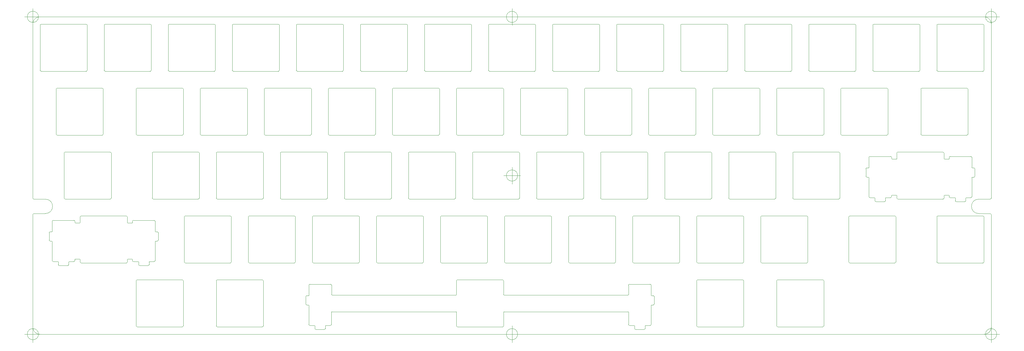
<source format=gbr>
%TF.GenerationSoftware,KiCad,Pcbnew,(5.1.9)-1*%
%TF.CreationDate,2021-04-11T15:20:35+09:00*%
%TF.ProjectId,yuiop60hh3-topplate,7975696f-7036-4306-9868-332d746f7070,1*%
%TF.SameCoordinates,Original*%
%TF.FileFunction,Profile,NP*%
%FSLAX46Y46*%
G04 Gerber Fmt 4.6, Leading zero omitted, Abs format (unit mm)*
G04 Created by KiCad (PCBNEW (5.1.9)-1) date 2021-04-11 15:20:35*
%MOMM*%
%LPD*%
G01*
G04 APERTURE LIST*
%TA.AperFunction,Profile*%
%ADD10C,0.050000*%
%TD*%
%TA.AperFunction,Profile*%
%ADD11C,0.120000*%
%TD*%
G04 APERTURE END LIST*
D10*
X70375000Y-159265160D02*
X70375000Y-192925160D01*
X70375000Y-159265160D02*
G75*
G02*
X70675000Y-158965160I300000J0D01*
G01*
X74075000Y-154665160D02*
G75*
G02*
X74075000Y-158965160I0J-2150000D01*
G01*
X70675000Y-158965160D02*
X74075000Y-158965160D01*
X70675000Y-154665160D02*
G75*
G02*
X70375000Y-154365160I0J300000D01*
G01*
X74075000Y-154665160D02*
X70675000Y-154665160D01*
X355375000Y-159265160D02*
X355375000Y-192925160D01*
X355375000Y-154365160D02*
G75*
G02*
X355075000Y-154665160I-300000J0D01*
G01*
X351675000Y-158965160D02*
G75*
G02*
X351675000Y-154665160I0J2150000D01*
G01*
X355075000Y-154665160D02*
X351675000Y-154665160D01*
X355075000Y-158965160D02*
G75*
G02*
X355375000Y-159265160I0J-300000D01*
G01*
X351675000Y-158965160D02*
X355075000Y-158965160D01*
X355375000Y-192925160D02*
G75*
G02*
X353375000Y-194925160I-2000000J0D01*
G01*
X353375000Y-100325160D02*
G75*
G02*
X355375000Y-102325160I0J-2000000D01*
G01*
X70375000Y-102315160D02*
G75*
G02*
X72375000Y-100315160I2000000J0D01*
G01*
X72375000Y-194925160D02*
G75*
G02*
X70375000Y-192925160I0J2000000D01*
G01*
X72375000Y-194925160D02*
X353375000Y-194925160D01*
X70375000Y-102315160D02*
X70375000Y-154365160D01*
X353375000Y-100325160D02*
X72375000Y-100315160D01*
X355375000Y-154365160D02*
X355375000Y-102325160D01*
X72041666Y-194925160D02*
G75*
G03*
X72041666Y-194925160I-1666666J0D01*
G01*
X67875000Y-194925160D02*
X72875000Y-194925160D01*
X70375000Y-192425160D02*
X70375000Y-197425160D01*
X357041666Y-194925160D02*
G75*
G03*
X357041666Y-194925160I-1666666J0D01*
G01*
X352875000Y-194925160D02*
X357875000Y-194925160D01*
X355375000Y-192425160D02*
X355375000Y-197425160D01*
X214541666Y-100325160D02*
G75*
G03*
X214541666Y-100325160I-1666666J0D01*
G01*
X210375000Y-100325160D02*
X215375000Y-100325160D01*
X212875000Y-97825160D02*
X212875000Y-102825160D01*
X214541666Y-194925160D02*
G75*
G03*
X214541666Y-194925160I-1666666J0D01*
G01*
X210375000Y-194925160D02*
X215375000Y-194925160D01*
X212875000Y-192425160D02*
X212875000Y-197425160D01*
X214541666Y-147625160D02*
G75*
G03*
X214541666Y-147625160I-1666666J0D01*
G01*
X210375000Y-147625160D02*
X215375000Y-147625160D01*
X212875000Y-145125160D02*
X212875000Y-150125160D01*
X357041666Y-100325160D02*
G75*
G03*
X357041666Y-100325160I-1666666J0D01*
G01*
X352875000Y-100325160D02*
X357875000Y-100325160D01*
X355375000Y-97825160D02*
X355375000Y-102825160D01*
X72041666Y-100315160D02*
G75*
G03*
X72041666Y-100315160I-1666666J0D01*
G01*
X67875000Y-100315160D02*
X72875000Y-100315160D01*
X70375000Y-97815160D02*
X70375000Y-102815160D01*
D11*
%TO.C,KSW58*%
X246100000Y-188225000D02*
X210500000Y-188225000D01*
X210450000Y-183225000D02*
X246050000Y-183225000D01*
X194850000Y-188225000D02*
X159250000Y-188225000D01*
X159300000Y-183225000D02*
X194900000Y-183225000D01*
X196350000Y-183125000D02*
X196350000Y-179025000D01*
X194900000Y-183225000D02*
X196250000Y-183225000D01*
X159200000Y-180325000D02*
X159200000Y-183125000D01*
X152750000Y-180025000D02*
X158900000Y-180025000D01*
X152450000Y-183325000D02*
X152450000Y-180325000D01*
X151850000Y-183425000D02*
X152350000Y-183425000D01*
X151550000Y-185925000D02*
X151550000Y-183725000D01*
X152350000Y-186225000D02*
X151850000Y-186225000D01*
X152450000Y-192025000D02*
X152450000Y-186325000D01*
X154150000Y-192325000D02*
X152750000Y-192325000D01*
X154250000Y-193225000D02*
X154250000Y-192425000D01*
X157050000Y-193525000D02*
X154550000Y-193525000D01*
X157350000Y-192425000D02*
X157350000Y-193225000D01*
X158850000Y-192325000D02*
X157450000Y-192325000D01*
X196650000Y-178725000D02*
X210050000Y-178725000D01*
X210350000Y-179025000D02*
X210350000Y-183125000D01*
X246050000Y-183225000D02*
X247400000Y-183225000D01*
X247500000Y-183125000D02*
X247500000Y-180325000D01*
X247800000Y-180025000D02*
X253950000Y-180025000D01*
X254250000Y-180325000D02*
X254250000Y-183325000D01*
X254350000Y-183425000D02*
X254850000Y-183425000D01*
X255150000Y-183725000D02*
X255150000Y-185925000D01*
X254850000Y-186225000D02*
X254350000Y-186225000D01*
X254250000Y-186325000D02*
X254250000Y-192025000D01*
X253950000Y-192325000D02*
X252550000Y-192325000D01*
X252450000Y-192425000D02*
X252450000Y-193225000D01*
X252150000Y-193525000D02*
X249650000Y-193525000D01*
X249350000Y-193225000D02*
X249350000Y-192425000D01*
X249250000Y-192325000D02*
X247800000Y-192325000D01*
X247500000Y-192025000D02*
X247500000Y-188325000D01*
X247400000Y-188225000D02*
X246100000Y-188225000D01*
X210400000Y-188325000D02*
X210400000Y-192425000D01*
X210100000Y-192725000D02*
X196650000Y-192725000D01*
X196350000Y-192425000D02*
X196350000Y-188325000D01*
X196250000Y-188225000D02*
X194850000Y-188225000D01*
X159150000Y-188325000D02*
X159150000Y-192025000D01*
X196350000Y-183125000D02*
G75*
G02*
X196250000Y-183225000I-100000J0D01*
G01*
X159300000Y-183225000D02*
G75*
G02*
X159200000Y-183125000I0J100000D01*
G01*
X158900000Y-180025000D02*
G75*
G02*
X159200000Y-180325000I0J-300000D01*
G01*
X152450000Y-180325000D02*
G75*
G02*
X152750000Y-180025000I300000J0D01*
G01*
X152450000Y-183325000D02*
G75*
G02*
X152350000Y-183425000I-100000J0D01*
G01*
X151550000Y-183725000D02*
G75*
G02*
X151850000Y-183425000I300000J0D01*
G01*
X151850000Y-186225000D02*
G75*
G02*
X151550000Y-185925000I0J300000D01*
G01*
X152350000Y-186225000D02*
G75*
G02*
X152450000Y-186325000I0J-100000D01*
G01*
X152750000Y-192325000D02*
G75*
G02*
X152450000Y-192025000I0J300000D01*
G01*
X154150000Y-192325000D02*
G75*
G02*
X154250000Y-192425000I0J-100000D01*
G01*
X154550000Y-193525000D02*
G75*
G02*
X154250000Y-193225000I0J300000D01*
G01*
X157350000Y-193225000D02*
G75*
G02*
X157050000Y-193525000I-300000J0D01*
G01*
X157350000Y-192425000D02*
G75*
G02*
X157450000Y-192325000I100000J0D01*
G01*
X159150000Y-188325000D02*
G75*
G02*
X159250000Y-188225000I100000J0D01*
G01*
X196250000Y-188225000D02*
G75*
G02*
X196350000Y-188325000I0J-100000D01*
G01*
X159150000Y-192025000D02*
G75*
G02*
X158850000Y-192325000I-300000J0D01*
G01*
X196650000Y-192725000D02*
G75*
G02*
X196350000Y-192425000I0J300000D01*
G01*
X210400000Y-192425000D02*
G75*
G02*
X210100000Y-192725000I-300000J0D01*
G01*
X210400000Y-188325000D02*
G75*
G02*
X210500000Y-188225000I100000J0D01*
G01*
X247400000Y-188225000D02*
G75*
G02*
X247500000Y-188325000I0J-100000D01*
G01*
X247800000Y-192325000D02*
G75*
G02*
X247500000Y-192025000I0J300000D01*
G01*
X249250000Y-192325000D02*
G75*
G02*
X249350000Y-192425000I0J-100000D01*
G01*
X249650000Y-193525000D02*
G75*
G02*
X249350000Y-193225000I0J300000D01*
G01*
X252450000Y-193225000D02*
G75*
G02*
X252150000Y-193525000I-300000J0D01*
G01*
X252450000Y-192425000D02*
G75*
G02*
X252550000Y-192325000I100000J0D01*
G01*
X254250000Y-192025000D02*
G75*
G02*
X253950000Y-192325000I-300000J0D01*
G01*
X254250000Y-186325000D02*
G75*
G02*
X254350000Y-186225000I100000J0D01*
G01*
X255150000Y-185925000D02*
G75*
G02*
X254850000Y-186225000I-300000J0D01*
G01*
X254350000Y-183425000D02*
G75*
G02*
X254250000Y-183325000I0J100000D01*
G01*
X254850000Y-183425000D02*
G75*
G02*
X255150000Y-183725000I0J-300000D01*
G01*
X253950000Y-180025000D02*
G75*
G02*
X254250000Y-180325000I0J-300000D01*
G01*
X247500000Y-180325000D02*
G75*
G02*
X247800000Y-180025000I300000J0D01*
G01*
X247500000Y-183125000D02*
G75*
G02*
X247400000Y-183225000I-100000J0D01*
G01*
X210450000Y-183225000D02*
G75*
G02*
X210350000Y-183125000I0J100000D01*
G01*
X210050000Y-178725000D02*
G75*
G02*
X210350000Y-179025000I0J-300000D01*
G01*
X196350000Y-179025000D02*
G75*
G02*
X196650000Y-178725000I300000J0D01*
G01*
%TO.C,KSW43*%
X82831200Y-172625000D02*
X82831200Y-172975000D01*
X84331200Y-172525000D02*
X82931200Y-172525000D01*
X84431200Y-173375000D02*
X84431200Y-172625000D01*
X98181200Y-173675000D02*
X84731200Y-173675000D01*
X98481200Y-172625000D02*
X98481200Y-173375000D01*
X99881200Y-172525000D02*
X98581200Y-172525000D01*
X99981200Y-172975000D02*
X99981200Y-172625000D01*
X101731200Y-173275000D02*
X100281200Y-173275000D01*
X101831200Y-174175000D02*
X101831200Y-173375000D01*
X104631200Y-174475000D02*
X102131200Y-174475000D01*
X104931200Y-173375000D02*
X104931200Y-174175000D01*
X106431200Y-173275000D02*
X105031200Y-173275000D01*
X106731200Y-167275000D02*
X106731200Y-172975000D01*
X107331200Y-167175000D02*
X106831200Y-167175000D01*
X107631200Y-164675000D02*
X107631200Y-166875000D01*
X106831200Y-164375000D02*
X107331200Y-164375000D01*
X106731200Y-161275000D02*
X106731200Y-164275000D01*
X100281200Y-160975000D02*
X106431200Y-160975000D01*
X99981200Y-161675000D02*
X99981200Y-161275000D01*
X98531200Y-161775000D02*
X99881200Y-161775000D01*
X98431200Y-159975000D02*
X98431200Y-161675000D01*
X84731200Y-159675000D02*
X98131200Y-159675000D01*
X82531200Y-173275000D02*
X81131200Y-173275000D01*
X81031200Y-173375000D02*
X81031200Y-174175000D01*
X80731200Y-174475000D02*
X78231200Y-174475000D01*
X77931200Y-174175000D02*
X77931200Y-173375000D01*
X77831200Y-173275000D02*
X76431200Y-173275000D01*
X76131200Y-172975000D02*
X76131200Y-167275000D01*
X76031200Y-167175000D02*
X75531200Y-167175000D01*
X75231200Y-166875000D02*
X75231200Y-164675000D01*
X75531200Y-164375000D02*
X76031200Y-164375000D01*
X76131200Y-164275000D02*
X76131200Y-161275000D01*
X76431200Y-160975000D02*
X82581200Y-160975000D01*
X82881200Y-161275000D02*
X82881200Y-161675000D01*
X82981200Y-161775000D02*
X84331200Y-161775000D01*
X84431200Y-161675000D02*
X84431200Y-159975000D01*
X84431200Y-161675000D02*
G75*
G02*
X84331200Y-161775000I-100000J0D01*
G01*
X82981200Y-161775000D02*
G75*
G02*
X82881200Y-161675000I0J100000D01*
G01*
X82581200Y-160975000D02*
G75*
G02*
X82881200Y-161275000I0J-300000D01*
G01*
X76131200Y-161275000D02*
G75*
G02*
X76431200Y-160975000I300000J0D01*
G01*
X76131200Y-164275000D02*
G75*
G02*
X76031200Y-164375000I-100000J0D01*
G01*
X75231200Y-164675000D02*
G75*
G02*
X75531200Y-164375000I300000J0D01*
G01*
X75531200Y-167175000D02*
G75*
G02*
X75231200Y-166875000I0J300000D01*
G01*
X76031200Y-167175000D02*
G75*
G02*
X76131200Y-167275000I0J-100000D01*
G01*
X76431200Y-173275000D02*
G75*
G02*
X76131200Y-172975000I0J300000D01*
G01*
X77831200Y-173275000D02*
G75*
G02*
X77931200Y-173375000I0J-100000D01*
G01*
X78231200Y-174475000D02*
G75*
G02*
X77931200Y-174175000I0J300000D01*
G01*
X81031200Y-174175000D02*
G75*
G02*
X80731200Y-174475000I-300000J0D01*
G01*
X81031200Y-173375000D02*
G75*
G02*
X81131200Y-173275000I100000J0D01*
G01*
X82831200Y-172625000D02*
G75*
G02*
X82931200Y-172525000I100000J0D01*
G01*
X84331200Y-172525000D02*
G75*
G02*
X84431200Y-172625000I0J-100000D01*
G01*
X82831200Y-172975000D02*
G75*
G02*
X82531200Y-173275000I-300000J0D01*
G01*
X84731200Y-173675000D02*
G75*
G02*
X84431200Y-173375000I0J300000D01*
G01*
X98481200Y-173375000D02*
G75*
G02*
X98181200Y-173675000I-300000J0D01*
G01*
X98481200Y-172625000D02*
G75*
G02*
X98581200Y-172525000I100000J0D01*
G01*
X99881200Y-172525000D02*
G75*
G02*
X99981200Y-172625000I0J-100000D01*
G01*
X100281200Y-173275000D02*
G75*
G02*
X99981200Y-172975000I0J300000D01*
G01*
X101731200Y-173275000D02*
G75*
G02*
X101831200Y-173375000I0J-100000D01*
G01*
X102131200Y-174475000D02*
G75*
G02*
X101831200Y-174175000I0J300000D01*
G01*
X104931200Y-174175000D02*
G75*
G02*
X104631200Y-174475000I-300000J0D01*
G01*
X104931200Y-173375000D02*
G75*
G02*
X105031200Y-173275000I100000J0D01*
G01*
X106731200Y-172975000D02*
G75*
G02*
X106431200Y-173275000I-300000J0D01*
G01*
X106731200Y-167275000D02*
G75*
G02*
X106831200Y-167175000I100000J0D01*
G01*
X107631200Y-166875000D02*
G75*
G02*
X107331200Y-167175000I-300000J0D01*
G01*
X106831200Y-164375000D02*
G75*
G02*
X106731200Y-164275000I0J100000D01*
G01*
X107331200Y-164375000D02*
G75*
G02*
X107631200Y-164675000I0J-300000D01*
G01*
X106431200Y-160975000D02*
G75*
G02*
X106731200Y-161275000I0J-300000D01*
G01*
X99981200Y-161275000D02*
G75*
G02*
X100281200Y-160975000I300000J0D01*
G01*
X99981200Y-161675000D02*
G75*
G02*
X99881200Y-161775000I-100000J0D01*
G01*
X98531200Y-161775000D02*
G75*
G02*
X98431200Y-161675000I0J100000D01*
G01*
X98131200Y-159675000D02*
G75*
G02*
X98431200Y-159975000I0J-300000D01*
G01*
X84431200Y-159975000D02*
G75*
G02*
X84731200Y-159675000I300000J0D01*
G01*
%TO.C,KSW42*%
X325719000Y-153575000D02*
X325719000Y-153925000D01*
X327219000Y-153475000D02*
X325819000Y-153475000D01*
X327319000Y-154325000D02*
X327319000Y-153575000D01*
X341069000Y-154625000D02*
X327619000Y-154625000D01*
X341369000Y-153575000D02*
X341369000Y-154325000D01*
X342769000Y-153475000D02*
X341469000Y-153475000D01*
X342869000Y-153925000D02*
X342869000Y-153575000D01*
X344619000Y-154225000D02*
X343169000Y-154225000D01*
X344719000Y-155125000D02*
X344719000Y-154325000D01*
X347519000Y-155425000D02*
X345019000Y-155425000D01*
X347819000Y-154325000D02*
X347819000Y-155125000D01*
X349319000Y-154225000D02*
X347919000Y-154225000D01*
X349619000Y-148225000D02*
X349619000Y-153925000D01*
X350219000Y-148125000D02*
X349719000Y-148125000D01*
X350519000Y-145625000D02*
X350519000Y-147825000D01*
X349719000Y-145325000D02*
X350219000Y-145325000D01*
X349619000Y-142225000D02*
X349619000Y-145225000D01*
X343169000Y-141925000D02*
X349319000Y-141925000D01*
X342869000Y-142625000D02*
X342869000Y-142225000D01*
X341419000Y-142725000D02*
X342769000Y-142725000D01*
X341319000Y-140925000D02*
X341319000Y-142625000D01*
X327619000Y-140625000D02*
X341019000Y-140625000D01*
X325419000Y-154225000D02*
X324019000Y-154225000D01*
X323919000Y-154325000D02*
X323919000Y-155125000D01*
X323619000Y-155425000D02*
X321119000Y-155425000D01*
X320819000Y-155125000D02*
X320819000Y-154325000D01*
X320719000Y-154225000D02*
X319319000Y-154225000D01*
X319019000Y-153925000D02*
X319019000Y-148225000D01*
X318919000Y-148125000D02*
X318419000Y-148125000D01*
X318119000Y-147825000D02*
X318119000Y-145625000D01*
X318419000Y-145325000D02*
X318919000Y-145325000D01*
X319019000Y-145225000D02*
X319019000Y-142225000D01*
X319319000Y-141925000D02*
X325469000Y-141925000D01*
X325769000Y-142225000D02*
X325769000Y-142625000D01*
X325869000Y-142725000D02*
X327219000Y-142725000D01*
X327319000Y-142625000D02*
X327319000Y-140925000D01*
X327319000Y-142625000D02*
G75*
G02*
X327219000Y-142725000I-100000J0D01*
G01*
X325869000Y-142725000D02*
G75*
G02*
X325769000Y-142625000I0J100000D01*
G01*
X325469000Y-141925000D02*
G75*
G02*
X325769000Y-142225000I0J-300000D01*
G01*
X319019000Y-142225000D02*
G75*
G02*
X319319000Y-141925000I300000J0D01*
G01*
X319019000Y-145225000D02*
G75*
G02*
X318919000Y-145325000I-100000J0D01*
G01*
X318119000Y-145625000D02*
G75*
G02*
X318419000Y-145325000I300000J0D01*
G01*
X318419000Y-148125000D02*
G75*
G02*
X318119000Y-147825000I0J300000D01*
G01*
X318919000Y-148125000D02*
G75*
G02*
X319019000Y-148225000I0J-100000D01*
G01*
X319319000Y-154225000D02*
G75*
G02*
X319019000Y-153925000I0J300000D01*
G01*
X320719000Y-154225000D02*
G75*
G02*
X320819000Y-154325000I0J-100000D01*
G01*
X321119000Y-155425000D02*
G75*
G02*
X320819000Y-155125000I0J300000D01*
G01*
X323919000Y-155125000D02*
G75*
G02*
X323619000Y-155425000I-300000J0D01*
G01*
X323919000Y-154325000D02*
G75*
G02*
X324019000Y-154225000I100000J0D01*
G01*
X325719000Y-153575000D02*
G75*
G02*
X325819000Y-153475000I100000J0D01*
G01*
X327219000Y-153475000D02*
G75*
G02*
X327319000Y-153575000I0J-100000D01*
G01*
X325719000Y-153925000D02*
G75*
G02*
X325419000Y-154225000I-300000J0D01*
G01*
X327619000Y-154625000D02*
G75*
G02*
X327319000Y-154325000I0J300000D01*
G01*
X341369000Y-154325000D02*
G75*
G02*
X341069000Y-154625000I-300000J0D01*
G01*
X341369000Y-153575000D02*
G75*
G02*
X341469000Y-153475000I100000J0D01*
G01*
X342769000Y-153475000D02*
G75*
G02*
X342869000Y-153575000I0J-100000D01*
G01*
X343169000Y-154225000D02*
G75*
G02*
X342869000Y-153925000I0J300000D01*
G01*
X344619000Y-154225000D02*
G75*
G02*
X344719000Y-154325000I0J-100000D01*
G01*
X345019000Y-155425000D02*
G75*
G02*
X344719000Y-155125000I0J300000D01*
G01*
X347819000Y-155125000D02*
G75*
G02*
X347519000Y-155425000I-300000J0D01*
G01*
X347819000Y-154325000D02*
G75*
G02*
X347919000Y-154225000I100000J0D01*
G01*
X349619000Y-153925000D02*
G75*
G02*
X349319000Y-154225000I-300000J0D01*
G01*
X349619000Y-148225000D02*
G75*
G02*
X349719000Y-148125000I100000J0D01*
G01*
X350519000Y-147825000D02*
G75*
G02*
X350219000Y-148125000I-300000J0D01*
G01*
X349719000Y-145325000D02*
G75*
G02*
X349619000Y-145225000I0J100000D01*
G01*
X350219000Y-145325000D02*
G75*
G02*
X350519000Y-145625000I0J-300000D01*
G01*
X349319000Y-141925000D02*
G75*
G02*
X349619000Y-142225000I0J-300000D01*
G01*
X342869000Y-142225000D02*
G75*
G02*
X343169000Y-141925000I300000J0D01*
G01*
X342869000Y-142625000D02*
G75*
G02*
X342769000Y-142725000I-100000J0D01*
G01*
X341419000Y-142725000D02*
G75*
G02*
X341319000Y-142625000I0J100000D01*
G01*
X341019000Y-140625000D02*
G75*
G02*
X341319000Y-140925000I0J-300000D01*
G01*
X327319000Y-140925000D02*
G75*
G02*
X327619000Y-140625000I300000J0D01*
G01*
%TO.C,KSW1*%
X72525000Y-102825000D02*
X72525000Y-116225000D01*
X72825000Y-116525000D02*
X86225000Y-116525000D01*
X86525000Y-116225000D02*
X86525000Y-102825000D01*
X86225000Y-102525000D02*
X72825000Y-102525000D01*
X86525000Y-116225000D02*
G75*
G02*
X86225000Y-116525000I-300000J0D01*
G01*
X72825000Y-116525000D02*
G75*
G02*
X72525000Y-116225000I0J300000D01*
G01*
X72525000Y-102825000D02*
G75*
G02*
X72825000Y-102525000I300000J0D01*
G01*
X86225000Y-102525000D02*
G75*
G02*
X86525000Y-102825000I0J-300000D01*
G01*
%TO.C,KSW2*%
X91575000Y-102825000D02*
X91575000Y-116225000D01*
X91875000Y-116525000D02*
X105275000Y-116525000D01*
X105575000Y-116225000D02*
X105575000Y-102825000D01*
X105275000Y-102525000D02*
X91875000Y-102525000D01*
X105575000Y-116225000D02*
G75*
G02*
X105275000Y-116525000I-300000J0D01*
G01*
X91875000Y-116525000D02*
G75*
G02*
X91575000Y-116225000I0J300000D01*
G01*
X91575000Y-102825000D02*
G75*
G02*
X91875000Y-102525000I300000J0D01*
G01*
X105275000Y-102525000D02*
G75*
G02*
X105575000Y-102825000I0J-300000D01*
G01*
%TO.C,KSW3*%
X110625000Y-102825000D02*
X110625000Y-116225000D01*
X110925000Y-116525000D02*
X124325000Y-116525000D01*
X124625000Y-116225000D02*
X124625000Y-102825000D01*
X124325000Y-102525000D02*
X110925000Y-102525000D01*
X124625000Y-116225000D02*
G75*
G02*
X124325000Y-116525000I-300000J0D01*
G01*
X110925000Y-116525000D02*
G75*
G02*
X110625000Y-116225000I0J300000D01*
G01*
X110625000Y-102825000D02*
G75*
G02*
X110925000Y-102525000I300000J0D01*
G01*
X124325000Y-102525000D02*
G75*
G02*
X124625000Y-102825000I0J-300000D01*
G01*
%TO.C,KSW4*%
X129675000Y-102825000D02*
X129675000Y-116225000D01*
X129975000Y-116525000D02*
X143375000Y-116525000D01*
X143675000Y-116225000D02*
X143675000Y-102825000D01*
X143375000Y-102525000D02*
X129975000Y-102525000D01*
X143675000Y-116225000D02*
G75*
G02*
X143375000Y-116525000I-300000J0D01*
G01*
X129975000Y-116525000D02*
G75*
G02*
X129675000Y-116225000I0J300000D01*
G01*
X129675000Y-102825000D02*
G75*
G02*
X129975000Y-102525000I300000J0D01*
G01*
X143375000Y-102525000D02*
G75*
G02*
X143675000Y-102825000I0J-300000D01*
G01*
%TO.C,KSW5*%
X148725000Y-102825000D02*
X148725000Y-116225000D01*
X149025000Y-116525000D02*
X162425000Y-116525000D01*
X162725000Y-116225000D02*
X162725000Y-102825000D01*
X162425000Y-102525000D02*
X149025000Y-102525000D01*
X162725000Y-116225000D02*
G75*
G02*
X162425000Y-116525000I-300000J0D01*
G01*
X149025000Y-116525000D02*
G75*
G02*
X148725000Y-116225000I0J300000D01*
G01*
X148725000Y-102825000D02*
G75*
G02*
X149025000Y-102525000I300000J0D01*
G01*
X162425000Y-102525000D02*
G75*
G02*
X162725000Y-102825000I0J-300000D01*
G01*
%TO.C,KSW6*%
X167775000Y-102825000D02*
X167775000Y-116225000D01*
X168075000Y-116525000D02*
X181475000Y-116525000D01*
X181775000Y-116225000D02*
X181775000Y-102825000D01*
X181475000Y-102525000D02*
X168075000Y-102525000D01*
X181775000Y-116225000D02*
G75*
G02*
X181475000Y-116525000I-300000J0D01*
G01*
X168075000Y-116525000D02*
G75*
G02*
X167775000Y-116225000I0J300000D01*
G01*
X167775000Y-102825000D02*
G75*
G02*
X168075000Y-102525000I300000J0D01*
G01*
X181475000Y-102525000D02*
G75*
G02*
X181775000Y-102825000I0J-300000D01*
G01*
%TO.C,KSW7*%
X186825000Y-102825000D02*
X186825000Y-116225000D01*
X187125000Y-116525000D02*
X200525000Y-116525000D01*
X200825000Y-116225000D02*
X200825000Y-102825000D01*
X200525000Y-102525000D02*
X187125000Y-102525000D01*
X200825000Y-116225000D02*
G75*
G02*
X200525000Y-116525000I-300000J0D01*
G01*
X187125000Y-116525000D02*
G75*
G02*
X186825000Y-116225000I0J300000D01*
G01*
X186825000Y-102825000D02*
G75*
G02*
X187125000Y-102525000I300000J0D01*
G01*
X200525000Y-102525000D02*
G75*
G02*
X200825000Y-102825000I0J-300000D01*
G01*
%TO.C,KSW8*%
X205875000Y-102825000D02*
X205875000Y-116225000D01*
X206175000Y-116525000D02*
X219575000Y-116525000D01*
X219875000Y-116225000D02*
X219875000Y-102825000D01*
X219575000Y-102525000D02*
X206175000Y-102525000D01*
X219875000Y-116225000D02*
G75*
G02*
X219575000Y-116525000I-300000J0D01*
G01*
X206175000Y-116525000D02*
G75*
G02*
X205875000Y-116225000I0J300000D01*
G01*
X205875000Y-102825000D02*
G75*
G02*
X206175000Y-102525000I300000J0D01*
G01*
X219575000Y-102525000D02*
G75*
G02*
X219875000Y-102825000I0J-300000D01*
G01*
%TO.C,KSW9*%
X224925000Y-102825000D02*
X224925000Y-116225000D01*
X225225000Y-116525000D02*
X238625000Y-116525000D01*
X238925000Y-116225000D02*
X238925000Y-102825000D01*
X238625000Y-102525000D02*
X225225000Y-102525000D01*
X238925000Y-116225000D02*
G75*
G02*
X238625000Y-116525000I-300000J0D01*
G01*
X225225000Y-116525000D02*
G75*
G02*
X224925000Y-116225000I0J300000D01*
G01*
X224925000Y-102825000D02*
G75*
G02*
X225225000Y-102525000I300000J0D01*
G01*
X238625000Y-102525000D02*
G75*
G02*
X238925000Y-102825000I0J-300000D01*
G01*
%TO.C,KSW10*%
X243975000Y-102825000D02*
X243975000Y-116225000D01*
X244275000Y-116525000D02*
X257675000Y-116525000D01*
X257975000Y-116225000D02*
X257975000Y-102825000D01*
X257675000Y-102525000D02*
X244275000Y-102525000D01*
X257975000Y-116225000D02*
G75*
G02*
X257675000Y-116525000I-300000J0D01*
G01*
X244275000Y-116525000D02*
G75*
G02*
X243975000Y-116225000I0J300000D01*
G01*
X243975000Y-102825000D02*
G75*
G02*
X244275000Y-102525000I300000J0D01*
G01*
X257675000Y-102525000D02*
G75*
G02*
X257975000Y-102825000I0J-300000D01*
G01*
%TO.C,KSW11*%
X263025000Y-102825000D02*
X263025000Y-116225000D01*
X263325000Y-116525000D02*
X276725000Y-116525000D01*
X277025000Y-116225000D02*
X277025000Y-102825000D01*
X276725000Y-102525000D02*
X263325000Y-102525000D01*
X277025000Y-116225000D02*
G75*
G02*
X276725000Y-116525000I-300000J0D01*
G01*
X263325000Y-116525000D02*
G75*
G02*
X263025000Y-116225000I0J300000D01*
G01*
X263025000Y-102825000D02*
G75*
G02*
X263325000Y-102525000I300000J0D01*
G01*
X276725000Y-102525000D02*
G75*
G02*
X277025000Y-102825000I0J-300000D01*
G01*
%TO.C,KSW12*%
X282075000Y-102825000D02*
X282075000Y-116225000D01*
X282375000Y-116525000D02*
X295775000Y-116525000D01*
X296075000Y-116225000D02*
X296075000Y-102825000D01*
X295775000Y-102525000D02*
X282375000Y-102525000D01*
X296075000Y-116225000D02*
G75*
G02*
X295775000Y-116525000I-300000J0D01*
G01*
X282375000Y-116525000D02*
G75*
G02*
X282075000Y-116225000I0J300000D01*
G01*
X282075000Y-102825000D02*
G75*
G02*
X282375000Y-102525000I300000J0D01*
G01*
X295775000Y-102525000D02*
G75*
G02*
X296075000Y-102825000I0J-300000D01*
G01*
%TO.C,KSW13*%
X301125000Y-102825000D02*
X301125000Y-116225000D01*
X301425000Y-116525000D02*
X314825000Y-116525000D01*
X315125000Y-116225000D02*
X315125000Y-102825000D01*
X314825000Y-102525000D02*
X301425000Y-102525000D01*
X315125000Y-116225000D02*
G75*
G02*
X314825000Y-116525000I-300000J0D01*
G01*
X301425000Y-116525000D02*
G75*
G02*
X301125000Y-116225000I0J300000D01*
G01*
X301125000Y-102825000D02*
G75*
G02*
X301425000Y-102525000I300000J0D01*
G01*
X314825000Y-102525000D02*
G75*
G02*
X315125000Y-102825000I0J-300000D01*
G01*
%TO.C,KSW15*%
X339225000Y-102825000D02*
X339225000Y-116225000D01*
X339525000Y-116525000D02*
X352925000Y-116525000D01*
X353225000Y-116225000D02*
X353225000Y-102825000D01*
X352925000Y-102525000D02*
X339525000Y-102525000D01*
X353225000Y-116225000D02*
G75*
G02*
X352925000Y-116525000I-300000J0D01*
G01*
X339525000Y-116525000D02*
G75*
G02*
X339225000Y-116225000I0J300000D01*
G01*
X339225000Y-102825000D02*
G75*
G02*
X339525000Y-102525000I300000J0D01*
G01*
X352925000Y-102525000D02*
G75*
G02*
X353225000Y-102825000I0J-300000D01*
G01*
%TO.C,KSW16*%
X77287500Y-121875000D02*
X77287500Y-135275000D01*
X77587500Y-135575000D02*
X90987500Y-135575000D01*
X91287500Y-135275000D02*
X91287500Y-121875000D01*
X90987500Y-121575000D02*
X77587500Y-121575000D01*
X91287500Y-135275000D02*
G75*
G02*
X90987500Y-135575000I-300000J0D01*
G01*
X77587500Y-135575000D02*
G75*
G02*
X77287500Y-135275000I0J300000D01*
G01*
X77287500Y-121875000D02*
G75*
G02*
X77587500Y-121575000I300000J0D01*
G01*
X90987500Y-121575000D02*
G75*
G02*
X91287500Y-121875000I0J-300000D01*
G01*
%TO.C,KSW17*%
X101100000Y-121875000D02*
X101100000Y-135275000D01*
X101400000Y-135575000D02*
X114800000Y-135575000D01*
X115100000Y-135275000D02*
X115100000Y-121875000D01*
X114800000Y-121575000D02*
X101400000Y-121575000D01*
X115100000Y-135275000D02*
G75*
G02*
X114800000Y-135575000I-300000J0D01*
G01*
X101400000Y-135575000D02*
G75*
G02*
X101100000Y-135275000I0J300000D01*
G01*
X101100000Y-121875000D02*
G75*
G02*
X101400000Y-121575000I300000J0D01*
G01*
X114800000Y-121575000D02*
G75*
G02*
X115100000Y-121875000I0J-300000D01*
G01*
%TO.C,KSW18*%
X120150000Y-121875000D02*
X120150000Y-135275000D01*
X120450000Y-135575000D02*
X133850000Y-135575000D01*
X134150000Y-135275000D02*
X134150000Y-121875000D01*
X133850000Y-121575000D02*
X120450000Y-121575000D01*
X134150000Y-135275000D02*
G75*
G02*
X133850000Y-135575000I-300000J0D01*
G01*
X120450000Y-135575000D02*
G75*
G02*
X120150000Y-135275000I0J300000D01*
G01*
X120150000Y-121875000D02*
G75*
G02*
X120450000Y-121575000I300000J0D01*
G01*
X133850000Y-121575000D02*
G75*
G02*
X134150000Y-121875000I0J-300000D01*
G01*
%TO.C,KSW19*%
X139200000Y-121875000D02*
X139200000Y-135275000D01*
X139500000Y-135575000D02*
X152900000Y-135575000D01*
X153200000Y-135275000D02*
X153200000Y-121875000D01*
X152900000Y-121575000D02*
X139500000Y-121575000D01*
X153200000Y-135275000D02*
G75*
G02*
X152900000Y-135575000I-300000J0D01*
G01*
X139500000Y-135575000D02*
G75*
G02*
X139200000Y-135275000I0J300000D01*
G01*
X139200000Y-121875000D02*
G75*
G02*
X139500000Y-121575000I300000J0D01*
G01*
X152900000Y-121575000D02*
G75*
G02*
X153200000Y-121875000I0J-300000D01*
G01*
%TO.C,KSW20*%
X158250000Y-121875000D02*
X158250000Y-135275000D01*
X158550000Y-135575000D02*
X171950000Y-135575000D01*
X172250000Y-135275000D02*
X172250000Y-121875000D01*
X171950000Y-121575000D02*
X158550000Y-121575000D01*
X172250000Y-135275000D02*
G75*
G02*
X171950000Y-135575000I-300000J0D01*
G01*
X158550000Y-135575000D02*
G75*
G02*
X158250000Y-135275000I0J300000D01*
G01*
X158250000Y-121875000D02*
G75*
G02*
X158550000Y-121575000I300000J0D01*
G01*
X171950000Y-121575000D02*
G75*
G02*
X172250000Y-121875000I0J-300000D01*
G01*
%TO.C,KSW21*%
X177300000Y-121875000D02*
X177300000Y-135275000D01*
X177600000Y-135575000D02*
X191000000Y-135575000D01*
X191300000Y-135275000D02*
X191300000Y-121875000D01*
X191000000Y-121575000D02*
X177600000Y-121575000D01*
X191300000Y-135275000D02*
G75*
G02*
X191000000Y-135575000I-300000J0D01*
G01*
X177600000Y-135575000D02*
G75*
G02*
X177300000Y-135275000I0J300000D01*
G01*
X177300000Y-121875000D02*
G75*
G02*
X177600000Y-121575000I300000J0D01*
G01*
X191000000Y-121575000D02*
G75*
G02*
X191300000Y-121875000I0J-300000D01*
G01*
%TO.C,KSW22*%
X196350000Y-121875000D02*
X196350000Y-135275000D01*
X196650000Y-135575000D02*
X210050000Y-135575000D01*
X210350000Y-135275000D02*
X210350000Y-121875000D01*
X210050000Y-121575000D02*
X196650000Y-121575000D01*
X210350000Y-135275000D02*
G75*
G02*
X210050000Y-135575000I-300000J0D01*
G01*
X196650000Y-135575000D02*
G75*
G02*
X196350000Y-135275000I0J300000D01*
G01*
X196350000Y-121875000D02*
G75*
G02*
X196650000Y-121575000I300000J0D01*
G01*
X210050000Y-121575000D02*
G75*
G02*
X210350000Y-121875000I0J-300000D01*
G01*
%TO.C,KSW23*%
X215400000Y-121875000D02*
X215400000Y-135275000D01*
X215700000Y-135575000D02*
X229100000Y-135575000D01*
X229400000Y-135275000D02*
X229400000Y-121875000D01*
X229100000Y-121575000D02*
X215700000Y-121575000D01*
X229400000Y-135275000D02*
G75*
G02*
X229100000Y-135575000I-300000J0D01*
G01*
X215700000Y-135575000D02*
G75*
G02*
X215400000Y-135275000I0J300000D01*
G01*
X215400000Y-121875000D02*
G75*
G02*
X215700000Y-121575000I300000J0D01*
G01*
X229100000Y-121575000D02*
G75*
G02*
X229400000Y-121875000I0J-300000D01*
G01*
%TO.C,KSW24*%
X234450000Y-121875000D02*
X234450000Y-135275000D01*
X234750000Y-135575000D02*
X248150000Y-135575000D01*
X248450000Y-135275000D02*
X248450000Y-121875000D01*
X248150000Y-121575000D02*
X234750000Y-121575000D01*
X248450000Y-135275000D02*
G75*
G02*
X248150000Y-135575000I-300000J0D01*
G01*
X234750000Y-135575000D02*
G75*
G02*
X234450000Y-135275000I0J300000D01*
G01*
X234450000Y-121875000D02*
G75*
G02*
X234750000Y-121575000I300000J0D01*
G01*
X248150000Y-121575000D02*
G75*
G02*
X248450000Y-121875000I0J-300000D01*
G01*
%TO.C,KSW25*%
X253500000Y-121875000D02*
X253500000Y-135275000D01*
X253800000Y-135575000D02*
X267200000Y-135575000D01*
X267500000Y-135275000D02*
X267500000Y-121875000D01*
X267200000Y-121575000D02*
X253800000Y-121575000D01*
X267500000Y-135275000D02*
G75*
G02*
X267200000Y-135575000I-300000J0D01*
G01*
X253800000Y-135575000D02*
G75*
G02*
X253500000Y-135275000I0J300000D01*
G01*
X253500000Y-121875000D02*
G75*
G02*
X253800000Y-121575000I300000J0D01*
G01*
X267200000Y-121575000D02*
G75*
G02*
X267500000Y-121875000I0J-300000D01*
G01*
%TO.C,KSW26*%
X272550000Y-121875000D02*
X272550000Y-135275000D01*
X272850000Y-135575000D02*
X286250000Y-135575000D01*
X286550000Y-135275000D02*
X286550000Y-121875000D01*
X286250000Y-121575000D02*
X272850000Y-121575000D01*
X286550000Y-135275000D02*
G75*
G02*
X286250000Y-135575000I-300000J0D01*
G01*
X272850000Y-135575000D02*
G75*
G02*
X272550000Y-135275000I0J300000D01*
G01*
X272550000Y-121875000D02*
G75*
G02*
X272850000Y-121575000I300000J0D01*
G01*
X286250000Y-121575000D02*
G75*
G02*
X286550000Y-121875000I0J-300000D01*
G01*
%TO.C,KSW27*%
X291600000Y-121875000D02*
X291600000Y-135275000D01*
X291900000Y-135575000D02*
X305300000Y-135575000D01*
X305600000Y-135275000D02*
X305600000Y-121875000D01*
X305300000Y-121575000D02*
X291900000Y-121575000D01*
X305600000Y-135275000D02*
G75*
G02*
X305300000Y-135575000I-300000J0D01*
G01*
X291900000Y-135575000D02*
G75*
G02*
X291600000Y-135275000I0J300000D01*
G01*
X291600000Y-121875000D02*
G75*
G02*
X291900000Y-121575000I300000J0D01*
G01*
X305300000Y-121575000D02*
G75*
G02*
X305600000Y-121875000I0J-300000D01*
G01*
%TO.C,KSW28*%
X310650000Y-121875000D02*
X310650000Y-135275000D01*
X310950000Y-135575000D02*
X324350000Y-135575000D01*
X324650000Y-135275000D02*
X324650000Y-121875000D01*
X324350000Y-121575000D02*
X310950000Y-121575000D01*
X324650000Y-135275000D02*
G75*
G02*
X324350000Y-135575000I-300000J0D01*
G01*
X310950000Y-135575000D02*
G75*
G02*
X310650000Y-135275000I0J300000D01*
G01*
X310650000Y-121875000D02*
G75*
G02*
X310950000Y-121575000I300000J0D01*
G01*
X324350000Y-121575000D02*
G75*
G02*
X324650000Y-121875000I0J-300000D01*
G01*
%TO.C,KSW29*%
X334462000Y-121875000D02*
X334462000Y-135275000D01*
X334762000Y-135575000D02*
X348162000Y-135575000D01*
X348462000Y-135275000D02*
X348462000Y-121875000D01*
X348162000Y-121575000D02*
X334762000Y-121575000D01*
X348462000Y-135275000D02*
G75*
G02*
X348162000Y-135575000I-300000J0D01*
G01*
X334762000Y-135575000D02*
G75*
G02*
X334462000Y-135275000I0J300000D01*
G01*
X334462000Y-121875000D02*
G75*
G02*
X334762000Y-121575000I300000J0D01*
G01*
X348162000Y-121575000D02*
G75*
G02*
X348462000Y-121875000I0J-300000D01*
G01*
%TO.C,KSW30*%
X79668800Y-140925000D02*
X79668800Y-154325000D01*
X79968800Y-154625000D02*
X93368800Y-154625000D01*
X93668800Y-154325000D02*
X93668800Y-140925000D01*
X93368800Y-140625000D02*
X79968800Y-140625000D01*
X93668800Y-154325000D02*
G75*
G02*
X93368800Y-154625000I-300000J0D01*
G01*
X79968800Y-154625000D02*
G75*
G02*
X79668800Y-154325000I0J300000D01*
G01*
X79668800Y-140925000D02*
G75*
G02*
X79968800Y-140625000I300000J0D01*
G01*
X93368800Y-140625000D02*
G75*
G02*
X93668800Y-140925000I0J-300000D01*
G01*
%TO.C,KSW31*%
X105862000Y-140925000D02*
X105862000Y-154325000D01*
X106162000Y-154625000D02*
X119562000Y-154625000D01*
X119862000Y-154325000D02*
X119862000Y-140925000D01*
X119562000Y-140625000D02*
X106162000Y-140625000D01*
X119862000Y-154325000D02*
G75*
G02*
X119562000Y-154625000I-300000J0D01*
G01*
X106162000Y-154625000D02*
G75*
G02*
X105862000Y-154325000I0J300000D01*
G01*
X105862000Y-140925000D02*
G75*
G02*
X106162000Y-140625000I300000J0D01*
G01*
X119562000Y-140625000D02*
G75*
G02*
X119862000Y-140925000I0J-300000D01*
G01*
%TO.C,KSW32*%
X124912000Y-140925000D02*
X124912000Y-154325000D01*
X125212000Y-154625000D02*
X138612000Y-154625000D01*
X138912000Y-154325000D02*
X138912000Y-140925000D01*
X138612000Y-140625000D02*
X125212000Y-140625000D01*
X138912000Y-154325000D02*
G75*
G02*
X138612000Y-154625000I-300000J0D01*
G01*
X125212000Y-154625000D02*
G75*
G02*
X124912000Y-154325000I0J300000D01*
G01*
X124912000Y-140925000D02*
G75*
G02*
X125212000Y-140625000I300000J0D01*
G01*
X138612000Y-140625000D02*
G75*
G02*
X138912000Y-140925000I0J-300000D01*
G01*
%TO.C,KSW33*%
X143962000Y-140925000D02*
X143962000Y-154325000D01*
X144262000Y-154625000D02*
X157662000Y-154625000D01*
X157962000Y-154325000D02*
X157962000Y-140925000D01*
X157662000Y-140625000D02*
X144262000Y-140625000D01*
X157962000Y-154325000D02*
G75*
G02*
X157662000Y-154625000I-300000J0D01*
G01*
X144262000Y-154625000D02*
G75*
G02*
X143962000Y-154325000I0J300000D01*
G01*
X143962000Y-140925000D02*
G75*
G02*
X144262000Y-140625000I300000J0D01*
G01*
X157662000Y-140625000D02*
G75*
G02*
X157962000Y-140925000I0J-300000D01*
G01*
%TO.C,KSW34*%
X163012000Y-140925000D02*
X163012000Y-154325000D01*
X163312000Y-154625000D02*
X176712000Y-154625000D01*
X177012000Y-154325000D02*
X177012000Y-140925000D01*
X176712000Y-140625000D02*
X163312000Y-140625000D01*
X177012000Y-154325000D02*
G75*
G02*
X176712000Y-154625000I-300000J0D01*
G01*
X163312000Y-154625000D02*
G75*
G02*
X163012000Y-154325000I0J300000D01*
G01*
X163012000Y-140925000D02*
G75*
G02*
X163312000Y-140625000I300000J0D01*
G01*
X176712000Y-140625000D02*
G75*
G02*
X177012000Y-140925000I0J-300000D01*
G01*
%TO.C,KSW35*%
X196062000Y-154325000D02*
X196062000Y-140925000D01*
X195762000Y-140625000D02*
X182362000Y-140625000D01*
X182062000Y-140925000D02*
X182062000Y-154325000D01*
X182362000Y-154625000D02*
X195762000Y-154625000D01*
X182062000Y-140925000D02*
G75*
G02*
X182362000Y-140625000I300000J0D01*
G01*
X195762000Y-140625000D02*
G75*
G02*
X196062000Y-140925000I0J-300000D01*
G01*
X196062000Y-154325000D02*
G75*
G02*
X195762000Y-154625000I-300000J0D01*
G01*
X182362000Y-154625000D02*
G75*
G02*
X182062000Y-154325000I0J300000D01*
G01*
%TO.C,KSW36*%
X201112000Y-140925000D02*
X201112000Y-154325000D01*
X201412000Y-154625000D02*
X214812000Y-154625000D01*
X215112000Y-154325000D02*
X215112000Y-140925000D01*
X214812000Y-140625000D02*
X201412000Y-140625000D01*
X215112000Y-154325000D02*
G75*
G02*
X214812000Y-154625000I-300000J0D01*
G01*
X201412000Y-154625000D02*
G75*
G02*
X201112000Y-154325000I0J300000D01*
G01*
X201112000Y-140925000D02*
G75*
G02*
X201412000Y-140625000I300000J0D01*
G01*
X214812000Y-140625000D02*
G75*
G02*
X215112000Y-140925000I0J-300000D01*
G01*
%TO.C,KSW37*%
X220162000Y-140925000D02*
X220162000Y-154325000D01*
X220462000Y-154625000D02*
X233862000Y-154625000D01*
X234162000Y-154325000D02*
X234162000Y-140925000D01*
X233862000Y-140625000D02*
X220462000Y-140625000D01*
X234162000Y-154325000D02*
G75*
G02*
X233862000Y-154625000I-300000J0D01*
G01*
X220462000Y-154625000D02*
G75*
G02*
X220162000Y-154325000I0J300000D01*
G01*
X220162000Y-140925000D02*
G75*
G02*
X220462000Y-140625000I300000J0D01*
G01*
X233862000Y-140625000D02*
G75*
G02*
X234162000Y-140925000I0J-300000D01*
G01*
%TO.C,KSW38*%
X239212000Y-140925000D02*
X239212000Y-154325000D01*
X239512000Y-154625000D02*
X252912000Y-154625000D01*
X253212000Y-154325000D02*
X253212000Y-140925000D01*
X252912000Y-140625000D02*
X239512000Y-140625000D01*
X253212000Y-154325000D02*
G75*
G02*
X252912000Y-154625000I-300000J0D01*
G01*
X239512000Y-154625000D02*
G75*
G02*
X239212000Y-154325000I0J300000D01*
G01*
X239212000Y-140925000D02*
G75*
G02*
X239512000Y-140625000I300000J0D01*
G01*
X252912000Y-140625000D02*
G75*
G02*
X253212000Y-140925000I0J-300000D01*
G01*
%TO.C,KSW39*%
X258262000Y-140925000D02*
X258262000Y-154325000D01*
X258562000Y-154625000D02*
X271962000Y-154625000D01*
X272262000Y-154325000D02*
X272262000Y-140925000D01*
X271962000Y-140625000D02*
X258562000Y-140625000D01*
X272262000Y-154325000D02*
G75*
G02*
X271962000Y-154625000I-300000J0D01*
G01*
X258562000Y-154625000D02*
G75*
G02*
X258262000Y-154325000I0J300000D01*
G01*
X258262000Y-140925000D02*
G75*
G02*
X258562000Y-140625000I300000J0D01*
G01*
X271962000Y-140625000D02*
G75*
G02*
X272262000Y-140925000I0J-300000D01*
G01*
%TO.C,KSW40*%
X277312000Y-140925000D02*
X277312000Y-154325000D01*
X277612000Y-154625000D02*
X291012000Y-154625000D01*
X291312000Y-154325000D02*
X291312000Y-140925000D01*
X291012000Y-140625000D02*
X277612000Y-140625000D01*
X291312000Y-154325000D02*
G75*
G02*
X291012000Y-154625000I-300000J0D01*
G01*
X277612000Y-154625000D02*
G75*
G02*
X277312000Y-154325000I0J300000D01*
G01*
X277312000Y-140925000D02*
G75*
G02*
X277612000Y-140625000I300000J0D01*
G01*
X291012000Y-140625000D02*
G75*
G02*
X291312000Y-140925000I0J-300000D01*
G01*
%TO.C,KSW41*%
X296362000Y-140925000D02*
X296362000Y-154325000D01*
X296662000Y-154625000D02*
X310062000Y-154625000D01*
X310362000Y-154325000D02*
X310362000Y-140925000D01*
X310062000Y-140625000D02*
X296662000Y-140625000D01*
X310362000Y-154325000D02*
G75*
G02*
X310062000Y-154625000I-300000J0D01*
G01*
X296662000Y-154625000D02*
G75*
G02*
X296362000Y-154325000I0J300000D01*
G01*
X296362000Y-140925000D02*
G75*
G02*
X296662000Y-140625000I300000J0D01*
G01*
X310062000Y-140625000D02*
G75*
G02*
X310362000Y-140925000I0J-300000D01*
G01*
%TO.C,KSW44*%
X115388000Y-159975000D02*
X115388000Y-173375000D01*
X115688000Y-173675000D02*
X129088000Y-173675000D01*
X129388000Y-173375000D02*
X129388000Y-159975000D01*
X129088000Y-159675000D02*
X115688000Y-159675000D01*
X129388000Y-173375000D02*
G75*
G02*
X129088000Y-173675000I-300000J0D01*
G01*
X115688000Y-173675000D02*
G75*
G02*
X115388000Y-173375000I0J300000D01*
G01*
X115388000Y-159975000D02*
G75*
G02*
X115688000Y-159675000I300000J0D01*
G01*
X129088000Y-159675000D02*
G75*
G02*
X129388000Y-159975000I0J-300000D01*
G01*
%TO.C,KSW45*%
X134438000Y-159975000D02*
X134438000Y-173375000D01*
X134738000Y-173675000D02*
X148138000Y-173675000D01*
X148438000Y-173375000D02*
X148438000Y-159975000D01*
X148138000Y-159675000D02*
X134738000Y-159675000D01*
X148438000Y-173375000D02*
G75*
G02*
X148138000Y-173675000I-300000J0D01*
G01*
X134738000Y-173675000D02*
G75*
G02*
X134438000Y-173375000I0J300000D01*
G01*
X134438000Y-159975000D02*
G75*
G02*
X134738000Y-159675000I300000J0D01*
G01*
X148138000Y-159675000D02*
G75*
G02*
X148438000Y-159975000I0J-300000D01*
G01*
%TO.C,KSW46*%
X153488000Y-159975000D02*
X153488000Y-173375000D01*
X153788000Y-173675000D02*
X167188000Y-173675000D01*
X167488000Y-173375000D02*
X167488000Y-159975000D01*
X167188000Y-159675000D02*
X153788000Y-159675000D01*
X167488000Y-173375000D02*
G75*
G02*
X167188000Y-173675000I-300000J0D01*
G01*
X153788000Y-173675000D02*
G75*
G02*
X153488000Y-173375000I0J300000D01*
G01*
X153488000Y-159975000D02*
G75*
G02*
X153788000Y-159675000I300000J0D01*
G01*
X167188000Y-159675000D02*
G75*
G02*
X167488000Y-159975000I0J-300000D01*
G01*
%TO.C,KSW47*%
X172538000Y-159975000D02*
X172538000Y-173375000D01*
X172838000Y-173675000D02*
X186238000Y-173675000D01*
X186538000Y-173375000D02*
X186538000Y-159975000D01*
X186238000Y-159675000D02*
X172838000Y-159675000D01*
X186538000Y-173375000D02*
G75*
G02*
X186238000Y-173675000I-300000J0D01*
G01*
X172838000Y-173675000D02*
G75*
G02*
X172538000Y-173375000I0J300000D01*
G01*
X172538000Y-159975000D02*
G75*
G02*
X172838000Y-159675000I300000J0D01*
G01*
X186238000Y-159675000D02*
G75*
G02*
X186538000Y-159975000I0J-300000D01*
G01*
%TO.C,KSW48*%
X191588000Y-159975000D02*
X191588000Y-173375000D01*
X191888000Y-173675000D02*
X205288000Y-173675000D01*
X205588000Y-173375000D02*
X205588000Y-159975000D01*
X205288000Y-159675000D02*
X191888000Y-159675000D01*
X205588000Y-173375000D02*
G75*
G02*
X205288000Y-173675000I-300000J0D01*
G01*
X191888000Y-173675000D02*
G75*
G02*
X191588000Y-173375000I0J300000D01*
G01*
X191588000Y-159975000D02*
G75*
G02*
X191888000Y-159675000I300000J0D01*
G01*
X205288000Y-159675000D02*
G75*
G02*
X205588000Y-159975000I0J-300000D01*
G01*
%TO.C,KSW49*%
X210638000Y-159975000D02*
X210638000Y-173375000D01*
X210938000Y-173675000D02*
X224338000Y-173675000D01*
X224638000Y-173375000D02*
X224638000Y-159975000D01*
X224338000Y-159675000D02*
X210938000Y-159675000D01*
X224638000Y-173375000D02*
G75*
G02*
X224338000Y-173675000I-300000J0D01*
G01*
X210938000Y-173675000D02*
G75*
G02*
X210638000Y-173375000I0J300000D01*
G01*
X210638000Y-159975000D02*
G75*
G02*
X210938000Y-159675000I300000J0D01*
G01*
X224338000Y-159675000D02*
G75*
G02*
X224638000Y-159975000I0J-300000D01*
G01*
%TO.C,KSW50*%
X229688000Y-159975000D02*
X229688000Y-173375000D01*
X229988000Y-173675000D02*
X243388000Y-173675000D01*
X243688000Y-173375000D02*
X243688000Y-159975000D01*
X243388000Y-159675000D02*
X229988000Y-159675000D01*
X243688000Y-173375000D02*
G75*
G02*
X243388000Y-173675000I-300000J0D01*
G01*
X229988000Y-173675000D02*
G75*
G02*
X229688000Y-173375000I0J300000D01*
G01*
X229688000Y-159975000D02*
G75*
G02*
X229988000Y-159675000I300000J0D01*
G01*
X243388000Y-159675000D02*
G75*
G02*
X243688000Y-159975000I0J-300000D01*
G01*
%TO.C,KSW51*%
X248738000Y-159975000D02*
X248738000Y-173375000D01*
X249038000Y-173675000D02*
X262438000Y-173675000D01*
X262738000Y-173375000D02*
X262738000Y-159975000D01*
X262438000Y-159675000D02*
X249038000Y-159675000D01*
X262738000Y-173375000D02*
G75*
G02*
X262438000Y-173675000I-300000J0D01*
G01*
X249038000Y-173675000D02*
G75*
G02*
X248738000Y-173375000I0J300000D01*
G01*
X248738000Y-159975000D02*
G75*
G02*
X249038000Y-159675000I300000J0D01*
G01*
X262438000Y-159675000D02*
G75*
G02*
X262738000Y-159975000I0J-300000D01*
G01*
%TO.C,KSW52*%
X267788000Y-159975000D02*
X267788000Y-173375000D01*
X268088000Y-173675000D02*
X281488000Y-173675000D01*
X281788000Y-173375000D02*
X281788000Y-159975000D01*
X281488000Y-159675000D02*
X268088000Y-159675000D01*
X281788000Y-173375000D02*
G75*
G02*
X281488000Y-173675000I-300000J0D01*
G01*
X268088000Y-173675000D02*
G75*
G02*
X267788000Y-173375000I0J300000D01*
G01*
X267788000Y-159975000D02*
G75*
G02*
X268088000Y-159675000I300000J0D01*
G01*
X281488000Y-159675000D02*
G75*
G02*
X281788000Y-159975000I0J-300000D01*
G01*
%TO.C,KSW53*%
X286838000Y-159975000D02*
X286838000Y-173375000D01*
X287138000Y-173675000D02*
X300538000Y-173675000D01*
X300838000Y-173375000D02*
X300838000Y-159975000D01*
X300538000Y-159675000D02*
X287138000Y-159675000D01*
X300838000Y-173375000D02*
G75*
G02*
X300538000Y-173675000I-300000J0D01*
G01*
X287138000Y-173675000D02*
G75*
G02*
X286838000Y-173375000I0J300000D01*
G01*
X286838000Y-159975000D02*
G75*
G02*
X287138000Y-159675000I300000J0D01*
G01*
X300538000Y-159675000D02*
G75*
G02*
X300838000Y-159975000I0J-300000D01*
G01*
%TO.C,KSW54*%
X313031000Y-159975000D02*
X313031000Y-173375000D01*
X313331000Y-173675000D02*
X326731000Y-173675000D01*
X327031000Y-173375000D02*
X327031000Y-159975000D01*
X326731000Y-159675000D02*
X313331000Y-159675000D01*
X327031000Y-173375000D02*
G75*
G02*
X326731000Y-173675000I-300000J0D01*
G01*
X313331000Y-173675000D02*
G75*
G02*
X313031000Y-173375000I0J300000D01*
G01*
X313031000Y-159975000D02*
G75*
G02*
X313331000Y-159675000I300000J0D01*
G01*
X326731000Y-159675000D02*
G75*
G02*
X327031000Y-159975000I0J-300000D01*
G01*
%TO.C,KSW55*%
X339225000Y-159975000D02*
X339225000Y-173375000D01*
X339525000Y-173675000D02*
X352925000Y-173675000D01*
X353225000Y-173375000D02*
X353225000Y-159975000D01*
X352925000Y-159675000D02*
X339525000Y-159675000D01*
X353225000Y-173375000D02*
G75*
G02*
X352925000Y-173675000I-300000J0D01*
G01*
X339525000Y-173675000D02*
G75*
G02*
X339225000Y-173375000I0J300000D01*
G01*
X339225000Y-159975000D02*
G75*
G02*
X339525000Y-159675000I300000J0D01*
G01*
X352925000Y-159675000D02*
G75*
G02*
X353225000Y-159975000I0J-300000D01*
G01*
%TO.C,KSW56*%
X101100000Y-179025000D02*
X101100000Y-192425000D01*
X101400000Y-192725000D02*
X114800000Y-192725000D01*
X115100000Y-192425000D02*
X115100000Y-179025000D01*
X114800000Y-178725000D02*
X101400000Y-178725000D01*
X115100000Y-192425000D02*
G75*
G02*
X114800000Y-192725000I-300000J0D01*
G01*
X101400000Y-192725000D02*
G75*
G02*
X101100000Y-192425000I0J300000D01*
G01*
X101100000Y-179025000D02*
G75*
G02*
X101400000Y-178725000I300000J0D01*
G01*
X114800000Y-178725000D02*
G75*
G02*
X115100000Y-179025000I0J-300000D01*
G01*
%TO.C,KSW57*%
X124912000Y-179025000D02*
X124912000Y-192425000D01*
X125212000Y-192725000D02*
X138612000Y-192725000D01*
X138912000Y-192425000D02*
X138912000Y-179025000D01*
X138612000Y-178725000D02*
X125212000Y-178725000D01*
X138912000Y-192425000D02*
G75*
G02*
X138612000Y-192725000I-300000J0D01*
G01*
X125212000Y-192725000D02*
G75*
G02*
X124912000Y-192425000I0J300000D01*
G01*
X124912000Y-179025000D02*
G75*
G02*
X125212000Y-178725000I300000J0D01*
G01*
X138612000Y-178725000D02*
G75*
G02*
X138912000Y-179025000I0J-300000D01*
G01*
%TO.C,KSW59*%
X267788000Y-179025000D02*
X267788000Y-192425000D01*
X268088000Y-192725000D02*
X281488000Y-192725000D01*
X281788000Y-192425000D02*
X281788000Y-179025000D01*
X281488000Y-178725000D02*
X268088000Y-178725000D01*
X281788000Y-192425000D02*
G75*
G02*
X281488000Y-192725000I-300000J0D01*
G01*
X268088000Y-192725000D02*
G75*
G02*
X267788000Y-192425000I0J300000D01*
G01*
X267788000Y-179025000D02*
G75*
G02*
X268088000Y-178725000I300000J0D01*
G01*
X281488000Y-178725000D02*
G75*
G02*
X281788000Y-179025000I0J-300000D01*
G01*
%TO.C,KSW60*%
X291600000Y-179025000D02*
X291600000Y-192425000D01*
X291900000Y-192725000D02*
X305300000Y-192725000D01*
X305600000Y-192425000D02*
X305600000Y-179025000D01*
X305300000Y-178725000D02*
X291900000Y-178725000D01*
X305600000Y-192425000D02*
G75*
G02*
X305300000Y-192725000I-300000J0D01*
G01*
X291900000Y-192725000D02*
G75*
G02*
X291600000Y-192425000I0J300000D01*
G01*
X291600000Y-179025000D02*
G75*
G02*
X291900000Y-178725000I300000J0D01*
G01*
X305300000Y-178725000D02*
G75*
G02*
X305600000Y-179025000I0J-300000D01*
G01*
%TO.C,KSW14*%
X320175000Y-102825000D02*
X320175000Y-116225000D01*
X320475000Y-116525000D02*
X333875000Y-116525000D01*
X334175000Y-116225000D02*
X334175000Y-102825000D01*
X333875000Y-102525000D02*
X320475000Y-102525000D01*
X334175000Y-116225000D02*
G75*
G02*
X333875000Y-116525000I-300000J0D01*
G01*
X320475000Y-116525000D02*
G75*
G02*
X320175000Y-116225000I0J300000D01*
G01*
X320175000Y-102825000D02*
G75*
G02*
X320475000Y-102525000I300000J0D01*
G01*
X333875000Y-102525000D02*
G75*
G02*
X334175000Y-102825000I0J-300000D01*
G01*
%TD*%
M02*

</source>
